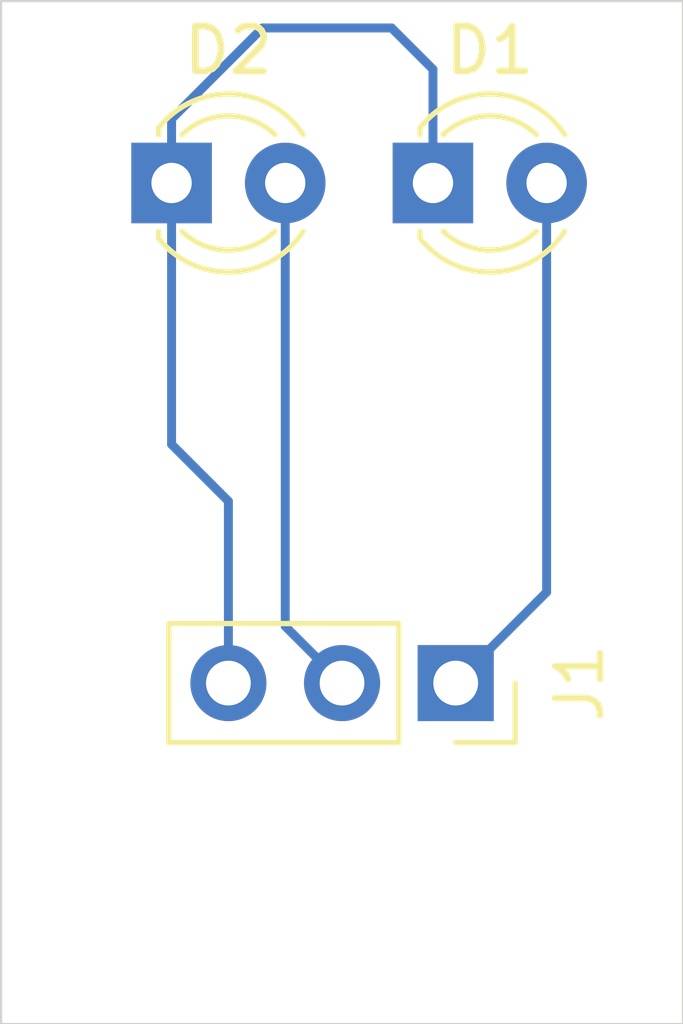
<source format=kicad_pcb>
(kicad_pcb (version 20221018) (generator pcbnew)
  (layers (0 "F.Cu" signal) (31 "B.Cu" signal) (34 "B.Paste" user) (35 "F.Paste" user) (36 "B.SilkS" user "B.Silkscreen") (37 "F.SilkS" user "F.Silkscreen") (38 "B.Mask" user) (39 "F.Mask" user) (44 "Edge.Cuts" user))
  (net 0 "")
  (net 1 "GND")
  (net 2 "Net-(D1-A)")
  (net 3 "Net-(D2-A)")
  (footprint "LED_THT:LED_D3.0mm" (layer "F.Cu") (at 139.192 92.964)
    (fp_text reference "D1" (at 1.27 -2.96) (layer "F.SilkS"))
    (fp_text value "LED")
    (fp_line (start -0.29 -1.236) (end -0.29 -1.08) (stroke (width 0.12)) (layer "F.SilkS"))
    (fp_line (start -0.29 1.08) (end -0.29 1.236) (stroke (width 0.12)) (layer "F.SilkS"))
    (fp_arc (start -0.29 -1.235516) (mid 1.366487 -1.987659) (end 2.942335 -1.078608) (stroke (width 0.12)) (layer "F.SilkS"))
    (fp_arc (start 0.229039 -1.08) (mid 1.270117 -1.5) (end 2.31113 -1.079837) (stroke (width 0.12)) (layer "F.SilkS"))
    (fp_arc (start 2.31113 1.079837) (mid 1.270117 1.5) (end 0.229039 1.08) (stroke (width 0.12)) (layer "F.SilkS"))
    (fp_arc (start 2.942335 1.078608) (mid 1.366487 1.987659) (end -0.29 1.235516) (stroke (width 0.12)) (layer "F.SilkS"))
    (pad "1" thru_hole rect (at 0 0) (size 1.8 1.8) (drill 0.9) (layers "*.Cu" "*.Mask") (net 1 "GND"))
    (pad "2" thru_hole circle (at 2.54 0) (size 1.8 1.8) (drill 0.9) (layers "*.Cu" "*.Mask") (net 2 "Net-(D1-A)"))
  )
  (footprint "LED_THT:LED_D3.0mm" (layer "F.Cu") (at 133.35 92.964)
    (fp_text reference "D2" (at 1.27 -2.96) (layer "F.SilkS"))
    (fp_text value "LED")
    (fp_line (start -0.29 -1.236) (end -0.29 -1.08) (stroke (width 0.12)) (layer "F.SilkS"))
    (fp_line (start -0.29 1.08) (end -0.29 1.236) (stroke (width 0.12)) (layer "F.SilkS"))
    (fp_arc (start -0.29 -1.235516) (mid 1.366487 -1.987659) (end 2.942335 -1.078608) (stroke (width 0.12)) (layer "F.SilkS"))
    (fp_arc (start 0.229039 -1.08) (mid 1.270117 -1.5) (end 2.31113 -1.079837) (stroke (width 0.12)) (layer "F.SilkS"))
    (fp_arc (start 2.31113 1.079837) (mid 1.270117 1.5) (end 0.229039 1.08) (stroke (width 0.12)) (layer "F.SilkS"))
    (fp_arc (start 2.942335 1.078608) (mid 1.366487 1.987659) (end -0.29 1.235516) (stroke (width 0.12)) (layer "F.SilkS"))
    (pad "1" thru_hole rect (at 0 0) (size 1.8 1.8) (drill 0.9) (layers "*.Cu" "*.Mask") (net 1 "GND"))
    (pad "2" thru_hole circle (at 2.54 0) (size 1.8 1.8) (drill 0.9) (layers "*.Cu" "*.Mask") (net 3 "Net-(D2-A)"))
  )
  (footprint "Connector_PinSocket_2.54mm:PinSocket_1x03_P2.54mm_Vertical" (layer "F.Cu") (at 139.7 104.14 -90)
    (fp_text reference "J1" (at 0 -2.77 90) (layer "F.SilkS"))
    (fp_text value "Conn_01x03_Pin")
    (fp_line (start -1.33 1.27) (end -1.33 6.41) (stroke (width 0.12)) (layer "F.SilkS"))
    (fp_line (start -1.33 1.27) (end 1.33 1.27) (stroke (width 0.12)) (layer "F.SilkS"))
    (fp_line (start -1.33 6.41) (end 1.33 6.41) (stroke (width 0.12)) (layer "F.SilkS"))
    (fp_line (start 0 -1.33) (end 1.33 -1.33) (stroke (width 0.12)) (layer "F.SilkS"))
    (fp_line (start 1.33 -1.33) (end 1.33 0) (stroke (width 0.12)) (layer "F.SilkS"))
    (fp_line (start 1.33 1.27) (end 1.33 6.41) (stroke (width 0.12)) (layer "F.SilkS"))
    (pad "1" thru_hole rect (at 0 0 270) (size 1.7 1.7) (drill 1) (layers "*.Cu" "*.Mask") (net 2 "Net-(D1-A)"))
    (pad "2" thru_hole oval (at 0 2.54 270) (size 1.7 1.7) (drill 1) (layers "*.Cu" "*.Mask") (net 3 "Net-(D2-A)"))
    (pad "3" thru_hole oval (at 0 5.08 270) (size 1.7 1.7) (drill 1) (layers "*.Cu" "*.Mask") (net 1 "GND"))
  )
  (gr_rect (start 129.54 88.9) (end 144.78 111.76) (stroke (width 0.05)) (fill none) (layer "Edge.Cuts"))
  (segment (start 133.35 98.806) (end 134.62 100.076) (width 0.2) (layer "B.Cu") (net 1))
  (segment (start 138.268 89.5) (end 139.192 90.424) (width 0.2) (layer "B.Cu") (net 1))
  (segment (start 139.192 90.424) (end 139.192 92.964) (width 0.2) (layer "B.Cu") (net 1))
  (segment (start 133.35 92.964) (end 133.35 91.532) (width 0.2) (layer "B.Cu") (net 1))
  (segment (start 134.62 100.076) (end 134.62 104.14) (width 0.2) (layer "B.Cu") (net 1))
  (segment (start 133.35 91.532) (end 135.382 89.5) (width 0.2) (layer "B.Cu") (net 1))
  (segment (start 133.35 92.964) (end 133.35 98.806) (width 0.2) (layer "B.Cu") (net 1))
  (segment (start 135.382 89.5) (end 138.268 89.5) (width 0.2) (layer "B.Cu") (net 1))
  (segment (start 141.732 102.108) (end 139.7 104.14) (width 0.2) (layer "B.Cu") (net 2))
  (segment (start 141.732 92.964) (end 141.732 102.108) (width 0.2) (layer "B.Cu") (net 2))
  (segment (start 135.89 92.964) (end 135.89 102.87) (width 0.2) (layer "B.Cu") (net 3))
  (segment (start 135.89 102.87) (end 137.16 104.14) (width 0.2) (layer "B.Cu") (net 3))
)
</source>
